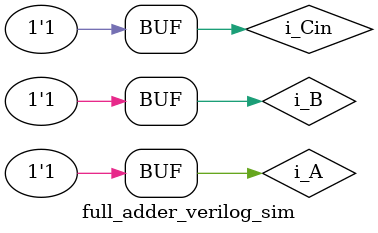
<source format=v>
`timescale 1ns / 1ps
module full_adder_verilog_sim();
    reg i_A, i_B, i_Cin;
    wire o_Sum, o_Cout;
    
    full_adder_verilog uut (.i_A(i_A), .i_B(i_B), .i_Cin(i_Cin), .o_Sum(o_Sum), .o_Cout(o_Cout));
    
    initial
        begin
        i_A = 0;
        i_B = 0;
        i_Cin = 0;
        #5;

        i_A = 0;
        i_B = 0;
        i_Cin = 1;
        #5;

        i_A = 0;
        i_B = 1;
        i_Cin = 0;
        #5;

        i_A = 0;
        i_B = 1;
        i_Cin = 1;
        #5;

        i_A = 1;
        i_B = 0;
        i_Cin = 0;
        #5;

        i_A = 1;
        i_B = 0;
        i_Cin = 1;
        #5;                

        i_A = 1;
        i_B = 1;
        i_Cin = 0;
        #5;

        i_A = 1;
        i_B = 1;
        i_Cin = 1;
        #5;
    end
endmodule

</source>
